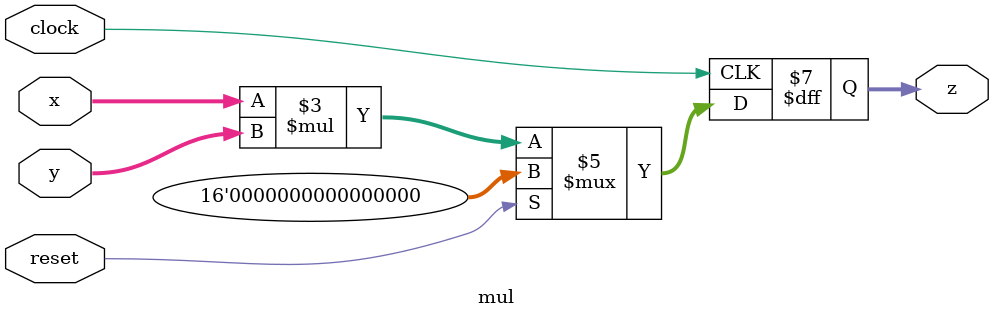
<source format=v>
module mul (clock, reset, x, y, z);

parameter WIDTH = 8;

input clock;
input reset;
input [WIDTH - 1 : 0] x;
input [WIDTH - 1 : 0] y;
output [2 * WIDTH - 1 : 0] z;
reg [2 * WIDTH - 1 : 0] z;

always @(posedge clock) begin
  if (!reset) begin
    z <= x * y;
  end
  else begin
    z <= 0;
  end
end

endmodule // mul

</source>
